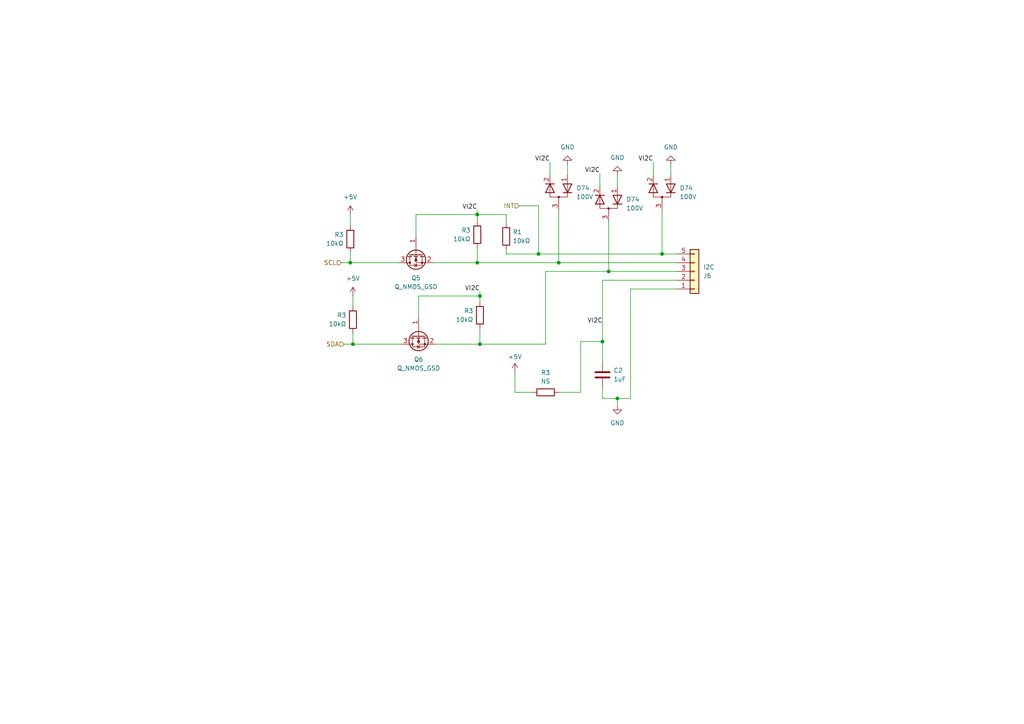
<source format=kicad_sch>
(kicad_sch (version 20230121) (generator eeschema)
  (paper "A4")
  (lib_symbols
    (symbol "Connector_Generic:Conn_01x05" (pin_names (offset 1.016) hide)
      (property "Reference" "J" (at 0 7.62 0))
      (property "Value" "Conn_01x05" (at 0 -7.62 0))
      (symbol "Conn_01x05_1_1"
        (rectangle (start -1.27 -4.953) (end 0 -5.207) (stroke (width 0.1524)))
        (rectangle (start -1.27 -2.413) (end 0 -2.667) (stroke (width 0.1524)))
        (rectangle (start -1.27 0.127) (end 0 -0.127) (stroke (width 0.1524)))
        (rectangle (start -1.27 2.667) (end 0 2.413) (stroke (width 0.1524)))
        (rectangle (start -1.27 5.207) (end 0 4.953) (stroke (width 0.1524)))
        (rectangle (start -1.27 6.35) (end 1.27 -6.35) (stroke (width 0.254)) (fill (type background)))
        (pin passive line (at -5.08 5.08 0) (length 3.81) (name "Pin_1") (number "1"))
        (pin passive line (at -5.08 2.54 0) (length 3.81) (name "Pin_2") (number "2"))
        (pin passive line (at -5.08 0 0) (length 3.81) (name "Pin_3") (number "3"))
        (pin passive line (at -5.08 -2.54 0) (length 3.81) (name "Pin_4") (number "4"))
        (pin passive line (at -5.08 -5.08 0) (length 3.81) (name "Pin_5") (number "5"))
      )
    )
    (symbol "Device:C" (pin_numbers hide) (pin_names (offset 0.254))
      (property "Reference" "C" (at 0.635 2.54 0))
      (property "Value" "C" (at 0.635 -2.54 0))
      (symbol "C_0_1"
        (polyline (pts (xy -2.032 -0.762) (xy 2.032 -0.762)) (stroke (width 0.508)))
        (polyline (pts (xy -2.032 0.762) (xy 2.032 0.762)) (stroke (width 0.508)))
      )
      (symbol "C_1_1"
        (pin passive line (at 0 3.81 270) (length 2.794) (name "~") (number "1"))
        (pin passive line (at 0 -3.81 90) (length 2.794) (name "~") (number "2"))
      )
    )
    (symbol "Device:D_Dual_Series_AKC_Parallel" (pin_names (offset 0.762) hide)
      (property "Reference" "D" (at 0 5.08 0))
      (property "Value" "D_Dual_Series_AKC_Parallel" (at 0 -5.08 0))
      (symbol "D_Dual_Series_AKC_Parallel_0_0"
        (polyline (pts (xy 0 -1.27) (xy 0 -3.81)) (stroke (width 0.254)))
        (polyline (pts (xy 2.54 3.81) (xy 2.54 1.27)) (stroke (width 0.254)))
      )
      (symbol "D_Dual_Series_AKC_Parallel_0_1"
        (circle (center -1.27 0) (radius 0.254) (fill (type outline)))
        (polyline (pts (xy -1.27 0) (xy -2.54 0)))
        (polyline (pts (xy 2.54 2.54) (xy -1.27 2.54) (xy -1.27 -2.54) (xy 2.54 -2.54)))
        (polyline (pts (xy 0 3.81) (xy 2.54 2.54) (xy 0 1.27) (xy 0 3.81) (xy 0 3.81) (xy 0 3.81)) (stroke (width 0.254)))
        (polyline (pts (xy 2.54 -1.27) (xy 0 -2.54) (xy 2.54 -3.81) (xy 2.54 -1.27) (xy 2.54 -1.27) (xy 2.54 -1.27)) (stroke (width 0.254)))
        (pin passive line (at 5.08 -2.54 180) (length 2.54) (name "K") (number "1"))
        (pin passive line (at 5.08 2.54 180) (length 2.54) (name "K") (number "2"))
        (pin passive line (at -5.08 0 0) (length 2.54) (name "A") (number "3"))
      )
    )
    (symbol "Device:Q_NMOS_GSD" (pin_names (offset 0) hide)
      (property "Reference" "Q" (at 5.08 1.27 0))
      (property "Value" "Q_NMOS_GSD" (at 5.08 -1.27 0))
      (symbol "Q_NMOS_GSD_0_1"
        (polyline (pts (xy 0.254 0) (xy -2.54 0)))
        (polyline (pts (xy 0.254 1.905) (xy 0.254 -1.905)) (stroke (width 0.254)))
        (polyline (pts (xy 0.762 -1.27) (xy 0.762 -2.286)) (stroke (width 0.254)))
        (polyline (pts (xy 0.762 0.508) (xy 0.762 -0.508)) (stroke (width 0.254)))
        (polyline (pts (xy 0.762 2.286) (xy 0.762 1.27)) (stroke (width 0.254)))
        (polyline (pts (xy 2.54 2.54) (xy 2.54 1.778)))
        (polyline (pts (xy 2.54 -2.54) (xy 2.54 0) (xy 0.762 0)))
        (polyline (pts (xy 0.762 -1.778) (xy 3.302 -1.778) (xy 3.302 1.778) (xy 0.762 1.778)))
        (polyline (pts (xy 1.016 0) (xy 2.032 0.381) (xy 2.032 -0.381) (xy 1.016 0)) (fill (type outline)))
        (polyline (pts (xy 2.794 0.508) (xy 2.921 0.381) (xy 3.683 0.381) (xy 3.81 0.254)))
        (polyline (pts (xy 3.302 0.381) (xy 2.921 -0.254) (xy 3.683 -0.254) (xy 3.302 0.381)))
        (circle (center 1.651 0) (radius 2.794) (stroke (width 0.254)))
        (circle (center 2.54 -1.778) (radius 0.254) (fill (type outline)))
        (circle (center 2.54 1.778) (radius 0.254) (fill (type outline)))
      )
      (symbol "Q_NMOS_GSD_1_1"
        (pin input line (at -5.08 0 0) (length 2.54) (name "G") (number "1"))
        (pin passive line (at 2.54 -5.08 90) (length 2.54) (name "S") (number "2"))
        (pin passive line (at 2.54 5.08 270) (length 2.54) (name "D") (number "3"))
      )
    )
    (symbol "Device:R" (pin_numbers hide) (pin_names (offset 0))
      (property "Reference" "R" (at 2.032 0 90))
      (property "Value" "R" (at 0 0 90))
      (symbol "R_0_1"
        (rectangle (start -1.016 -2.54) (end 1.016 2.54) (stroke (width 0.254)))
      )
      (symbol "R_1_1"
        (pin passive line (at 0 3.81 270) (length 1.27) (name "~") (number "1"))
        (pin passive line (at 0 -3.81 90) (length 1.27) (name "~") (number "2"))
      )
    )
    (symbol "power:+5V" (power) (pin_names (offset 0))
      (property "Value" "+5V" (at 0 3.556 0))
      (symbol "+5V_0_1"
        (polyline (pts (xy -0.762 1.27) (xy 0 2.54)))
        (polyline (pts (xy 0 0) (xy 0 2.54)))
        (polyline (pts (xy 0 2.54) (xy 0.762 1.27)))
      )
      (symbol "+5V_1_1"
        (pin power_in line (at 0 0 90) (length 0) hide (name "+5V") (number "1"))
      )
    )
    (symbol "power:GND" (power) (pin_names (offset 0))
      (property "Value" "GND" (at 0 -3.81 0))
      (symbol "GND_0_1"
        (polyline (pts (xy 0 0) (xy 0 -1.27) (xy 1.27 -1.27) (xy 0 -2.54) (xy -1.27 -1.27) (xy 0 -1.27)))
      )
      (symbol "GND_1_1"
        (pin power_in line (at 0 0 270) (length 0) hide (name "GND") (number "1"))
      )
    )
  )
  (junction (at 138.43 62.23))
  (junction (at 139.192 85.852))
  (junction (at 192.024 73.66))
  (junction (at 139.192 99.822))
  (junction (at 174.752 99.06))
  (junction (at 179.07 115.57))
  (junction (at 176.53 78.74))
  (junction (at 156.21 73.66))
  (junction (at 162.052 76.2))
  (junction (at 102.362 99.822))
  (junction (at 101.6 76.2))
  (junction (at 138.43 76.2))
  (wire (pts (xy 189.484 46.99) (xy 189.484 50.8)))
  (wire (pts (xy 149.352 107.95) (xy 149.352 113.792)))
  (wire (pts (xy 138.43 71.882) (xy 138.43 76.2)))
  (wire (pts (xy 101.6 73.152) (xy 101.6 76.2)))
  (wire (pts (xy 196.342 78.74) (xy 176.53 78.74)))
  (wire (pts (xy 162.052 76.2) (xy 196.342 76.2)))
  (wire (pts (xy 139.192 99.822) (xy 126.492 99.822)))
  (wire (pts (xy 182.88 115.57) (xy 179.07 115.57)))
  (wire (pts (xy 116.332 99.822) (xy 102.362 99.822)))
  (wire (pts (xy 146.812 73.66) (xy 156.21 73.66)))
  (wire (pts (xy 156.21 59.69) (xy 156.21 73.66)))
  (wire (pts (xy 158.242 78.74) (xy 158.242 99.822)))
  (wire (pts (xy 139.192 84.582) (xy 139.192 85.852)))
  (wire (pts (xy 138.43 60.96) (xy 138.43 62.23)))
  (wire (pts (xy 146.812 72.39) (xy 146.812 73.66)))
  (wire (pts (xy 158.242 78.74) (xy 176.53 78.74)))
  (wire (pts (xy 192.024 60.96) (xy 192.024 73.66)))
  (wire (pts (xy 139.192 85.852) (xy 139.192 87.63)))
  (wire (pts (xy 179.07 115.57) (xy 179.07 117.602)))
  (wire (pts (xy 162.052 76.2) (xy 162.052 60.96)))
  (wire (pts (xy 121.412 92.202) (xy 121.412 85.852)))
  (wire (pts (xy 138.43 62.23) (xy 146.812 62.23)))
  (wire (pts (xy 179.07 50.8) (xy 179.07 54.102)))
  (wire (pts (xy 192.024 73.66) (xy 196.342 73.66)))
  (wire (pts (xy 162.052 113.792) (xy 168.402 113.792)))
  (wire (pts (xy 168.402 99.06) (xy 174.752 99.06)))
  (wire (pts (xy 138.43 62.23) (xy 138.43 64.262)))
  (wire (pts (xy 168.402 113.792) (xy 168.402 99.06)))
  (wire (pts (xy 99.822 99.822) (xy 102.362 99.822)))
  (wire (pts (xy 149.352 113.792) (xy 154.432 113.792)))
  (wire (pts (xy 179.07 115.57) (xy 174.752 115.57)))
  (wire (pts (xy 115.57 76.2) (xy 101.6 76.2)))
  (wire (pts (xy 102.362 96.52) (xy 102.362 99.822)))
  (wire (pts (xy 173.99 50.292) (xy 173.99 54.102)))
  (wire (pts (xy 120.65 68.58) (xy 120.65 62.23)))
  (wire (pts (xy 194.564 47.752) (xy 194.564 50.8)))
  (wire (pts (xy 102.362 85.852) (xy 102.362 88.9)))
  (wire (pts (xy 196.342 83.82) (xy 182.88 83.82)))
  (wire (pts (xy 139.192 95.25) (xy 139.192 99.822)))
  (wire (pts (xy 146.812 62.23) (xy 146.812 64.77)))
  (wire (pts (xy 174.752 81.28) (xy 174.752 99.06)))
  (wire (pts (xy 138.43 76.2) (xy 125.73 76.2)))
  (wire (pts (xy 164.592 47.752) (xy 164.592 50.8)))
  (wire (pts (xy 182.88 83.82) (xy 182.88 115.57)))
  (wire (pts (xy 150.622 59.69) (xy 156.21 59.69)))
  (wire (pts (xy 159.512 46.99) (xy 159.512 50.8)))
  (wire (pts (xy 176.53 64.262) (xy 176.53 78.74)))
  (wire (pts (xy 138.43 76.2) (xy 162.052 76.2)))
  (wire (pts (xy 99.06 76.2) (xy 101.6 76.2)))
  (wire (pts (xy 121.412 85.852) (xy 139.192 85.852)))
  (wire (pts (xy 174.752 81.28) (xy 196.342 81.28)))
  (wire (pts (xy 101.6 62.23) (xy 101.6 65.532)))
  (wire (pts (xy 174.752 99.06) (xy 174.752 104.902)))
  (wire (pts (xy 156.21 73.66) (xy 192.024 73.66)))
  (wire (pts (xy 174.752 115.57) (xy 174.752 112.522)))
  (wire (pts (xy 139.192 99.822) (xy 158.242 99.822)))
  (wire (pts (xy 120.65 62.23) (xy 138.43 62.23)))
  (label "VI2C" (at 173.99 50.292 180))
  (label "VI2C" (at 139.192 84.582 180))
  (label "VI2C" (at 159.512 46.99 180))
  (label "VI2C" (at 189.484 46.99 180))
  (label "VI2C" (at 138.43 60.96 180))
  (label "VI2C" (at 174.752 93.98 180))
  (hierarchical_label "INT" (shape input) (at 150.622 59.69 180))
  (hierarchical_label "SCL" (shape input) (at 99.06 76.2 180))
  (hierarchical_label "SDA" (shape input) (at 99.822 99.822 180))
  (symbol (lib_id "Device:C") (at 174.752 108.712 0) (unit 1)
    (property "Reference" "C2" (at 177.927 107.442 0) (effects (justify left)))
    (property "Value" "1uF" (at 177.927 109.982 0) (effects (justify left)))
    (property "Footprint" "Capacitor_SMD:C_0805_2012Metric" (effects hide))
    (instances (project "ValveServoI2C" (path "" (reference "C2") (unit 1)) (path "" (reference "C7") (unit 1)) (path "" (reference "C11") (unit 1)) (path "" (reference "C15") (unit 1)) (path "" (reference "C1") (unit 1)) (path "" (reference "C14") (unit 1))))
  )
  (symbol (lib_id "Device:R") (at 158.242 113.792 270) (mirror x) (unit 1)
    (property "Reference" "R3" (at 158.242 108.077 90))
    (property "Value" "NS" (at 158.242 110.617 90))
    (property "Footprint" "Resistor_SMD:R_0805_2012Metric" (effects hide))
    (instances (project "ValveServoI2C" (path "" (reference "R3") (unit 1)) (path "" (reference "R7") (unit 1)) (path "" (reference "R10") (unit 1)) (path "" (reference "R19") (unit 1)) (path "" (reference "R13") (unit 1)) (path "" (reference "R28") (unit 1)) (path "" (reference "R34") (unit 1)) (path "" (reference "R40") (unit 1)) (path "" (reference "R46") (unit 1)) (path "" (reference "R4") (unit 1)) (path "" (reference "R24") (unit 1)) (path "" (reference "R44") (unit 1))))
  )
  (symbol (lib_id "power:+5V") (at 102.362 85.852 0) (mirror y) (unit 1)
    (property "Reference" "#PWR07" (effects hide))
    (property "Value" "+5V" (at 102.362 80.772 0))
    (instances (project "ValveServoI2C" (path "" (reference "#PWR07") (unit 1)) (path "" (reference "#PWR052") (unit 1))))
  )
  (symbol (lib_id "Device:R") (at 146.812 68.58 180) (unit 1)
    (property "Reference" "R1" (at 148.717 67.31 0) (effects (justify right)))
    (property "Value" "10kΩ" (at 148.717 69.85 0) (effects (justify right)))
    (property "Footprint" "Resistor_SMD:R_0805_2012Metric" (effects hide))
    (instances (project "ValveServoI2C" (path "" (reference "R1") (unit 1)) (path "" (reference "R9") (unit 1)) (path "" (reference "R12") (unit 1)) (path "" (reference "R21") (unit 1)) (path "" (reference "R15") (unit 1)) (path "" (reference "R30") (unit 1)) (path "" (reference "R36") (unit 1)) (path "" (reference "R42") (unit 1)) (path "" (reference "R48") (unit 1)) (path "" (reference "R3") (unit 1)) (path "" (reference "R1") (unit 1)) (path "" (reference "R43") (unit 1))))
  )
  (symbol (lib_id "Device:Q_NMOS_GSD") (at 120.65 73.66 90) (mirror x) (unit 1)
    (property "Reference" "Q5" (at 120.65 80.645 90))
    (property "Value" "Q_NMOS_GSD" (at 120.65 83.185 90))
    (property "Footprint" "Package_TO_SOT_SMD:SOT-23" (effects hide))
    (instances (project "ValveServoI2C" (path "" (reference "Q5") (unit 1)) (path "" (reference "Q1") (unit 1))))
  )
  (symbol (lib_id "Device:R") (at 101.6 69.342 0) (mirror x) (unit 1)
    (property "Reference" "R3" (at 99.695 68.072 0) (effects (justify right)))
    (property "Value" "10kΩ" (at 99.695 70.612 0) (effects (justify right)))
    (property "Footprint" "Resistor_SMD:R_0805_2012Metric" (effects hide))
    (instances (project "ValveServoI2C" (path "" (reference "R3") (unit 1)) (path "" (reference "R7") (unit 1)) (path "" (reference "R10") (unit 1)) (path "" (reference "R19") (unit 1)) (path "" (reference "R13") (unit 1)) (path "" (reference "R28") (unit 1)) (path "" (reference "R34") (unit 1)) (path "" (reference "R40") (unit 1)) (path "" (reference "R46") (unit 1)) (path "" (reference "R4") (unit 1)) (path "" (reference "R23") (unit 1)) (path "" (reference "R39") (unit 1))))
  )
  (symbol (lib_id "power:GND") (at 194.564 47.752 180) (unit 1)
    (property "Reference" "#PWR01" (effects hide))
    (property "Value" "GND" (at 194.564 42.672 0))
    (instances (project "ValveServoI2C" (path "" (reference "#PWR01") (unit 1)) (path "" (reference "#PWR013") (unit 1)) (path "" (reference "#PWR017") (unit 1)) (path "" (reference "#PWR040") (unit 1)) (path "" (reference "#PWR032") (unit 1)) (path "" (reference "#PWR058") (unit 1)) (path "" (reference "#PWR066") (unit 1)) (path "" (reference "#PWR080") (unit 1)) (path "" (reference "#PWR088") (unit 1)) (path "" (reference "#PWR010") (unit 1)) (path "" (reference "#PWR083") (unit 1))))
  )
  (symbol (lib_id "Device:R") (at 102.362 92.71 0) (mirror x) (unit 1)
    (property "Reference" "R3" (at 100.457 91.44 0) (effects (justify right)))
    (property "Value" "10kΩ" (at 100.457 93.98 0) (effects (justify right)))
    (property "Footprint" "Resistor_SMD:R_0805_2012Metric" (effects hide))
    (instances (project "ValveServoI2C" (path "" (reference "R3") (unit 1)) (path "" (reference "R7") (unit 1)) (path "" (reference "R10") (unit 1)) (path "" (reference "R19") (unit 1)) (path "" (reference "R13") (unit 1)) (path "" (reference "R28") (unit 1)) (path "" (reference "R34") (unit 1)) (path "" (reference "R40") (unit 1)) (path "" (reference "R46") (unit 1)) (path "" (reference "R4") (unit 1)) (path "" (reference "R24") (unit 1)) (path "" (reference "R40") (unit 1))))
  )
  (symbol (lib_id "Device:D_Dual_Series_AKC_Parallel") (at 162.052 55.88 90) (unit 1)
    (property "Reference" "D74" (at 167.132 54.5465 90) (effects (justify right)))
    (property "Value" "100V" (at 167.132 57.0865 90) (effects (justify right)))
    (property "Footprint" "Package_TO_SOT_SMD:SOT-23-3" (effects hide))
    (instances (project "ValveServoI2C" (path "" (reference "D74") (unit 1)) (path "" (reference "D75") (unit 1)) (path "" (reference "D76") (unit 1)) (path "" (reference "D78") (unit 1)) (path "" (reference "D81") (unit 1)) (path "" (reference "D83") (unit 1)) (path "" (reference "D85") (unit 1)) (path "" (reference "D87") (unit 1)) (path "" (reference "D33") (unit 1)) (path "" (reference "D17") (unit 1))))
  )
  (symbol (lib_id "Connector_Generic:Conn_01x05") (at 201.422 78.74 0) (mirror x) (unit 1)
    (property "Reference" "J6" (at 203.962 80.01 0) (effects (justify left)))
    (property "Value" "I2C" (at 203.962 77.47 0) (effects (justify left)))
    (property "Footprint" "Connector_PinHeader_2.54mm:PinHeader_1x05_P2.54mm_Vertical" (effects hide))
    (instances (project "ValveServoI2C" (path "" (reference "J6") (unit 1)) (path "" (reference "J9") (unit 1))))
  )
  (symbol (lib_id "Device:R") (at 139.192 91.44 0) (mirror x) (unit 1)
    (property "Reference" "R3" (at 137.287 90.17 0) (effects (justify right)))
    (property "Value" "10kΩ" (at 137.287 92.71 0) (effects (justify right)))
    (property "Footprint" "Resistor_SMD:R_0805_2012Metric" (effects hide))
    (instances (project "ValveServoI2C" (path "" (reference "R3") (unit 1)) (path "" (reference "R7") (unit 1)) (path "" (reference "R10") (unit 1)) (path "" (reference "R19") (unit 1)) (path "" (reference "R13") (unit 1)) (path "" (reference "R28") (unit 1)) (path "" (reference "R34") (unit 1)) (path "" (reference "R40") (unit 1)) (path "" (reference "R46") (unit 1)) (path "" (reference "R4") (unit 1)) (path "" (reference "R25") (unit 1)) (path "" (reference "R42") (unit 1))))
  )
  (symbol (lib_id "power:+5V") (at 149.352 107.95 0) (unit 1)
    (property "Reference" "#PWR05" (effects hide))
    (property "Value" "+5V" (at 149.352 103.505 0))
    (instances (project "ValveServoI2C" (path "" (reference "#PWR05") (unit 1)) (path "" (reference "#PWR012") (unit 1)) (path "" (reference "#PWR016") (unit 1)) (path "" (reference "#PWR039") (unit 1)) (path "" (reference "#PWR031") (unit 1)) (path "" (reference "#PWR057") (unit 1)) (path "" (reference "#PWR065") (unit 1)) (path "" (reference "#PWR079") (unit 1)) (path "" (reference "#PWR087") (unit 1)) (path "" (reference "#PWR011") (unit 1)) (path "" (reference "#PWR053") (unit 1))))
  )
  (symbol (lib_id "Device:D_Dual_Series_AKC_Parallel") (at 176.53 59.182 90) (unit 1)
    (property "Reference" "D74" (at 181.61 57.8485 90) (effects (justify right)))
    (property "Value" "100V" (at 181.61 60.3885 90) (effects (justify right)))
    (property "Footprint" "Package_TO_SOT_SMD:SOT-23-3" (effects hide))
    (instances (project "ValveServoI2C" (path "" (reference "D74") (unit 1)) (path "" (reference "D75") (unit 1)) (path "" (reference "D76") (unit 1)) (path "" (reference "D78") (unit 1)) (path "" (reference "D81") (unit 1)) (path "" (reference "D83") (unit 1)) (path "" (reference "D85") (unit 1)) (path "" (reference "D87") (unit 1)) (path "" (reference "D34") (unit 1)) (path "" (reference "D18") (unit 1))))
  )
  (symbol (lib_id "power:GND") (at 179.07 50.8 180) (unit 1)
    (property "Reference" "#PWR01" (effects hide))
    (property "Value" "GND" (at 179.07 45.72 0))
    (instances (project "ValveServoI2C" (path "" (reference "#PWR01") (unit 1)) (path "" (reference "#PWR013") (unit 1)) (path "" (reference "#PWR017") (unit 1)) (path "" (reference "#PWR040") (unit 1)) (path "" (reference "#PWR032") (unit 1)) (path "" (reference "#PWR058") (unit 1)) (path "" (reference "#PWR066") (unit 1)) (path "" (reference "#PWR080") (unit 1)) (path "" (reference "#PWR088") (unit 1)) (path "" (reference "#PWR012") (unit 1)) (path "" (reference "#PWR057") (unit 1))))
  )
  (symbol (lib_id "Device:D_Dual_Series_AKC_Parallel") (at 192.024 55.88 90) (unit 1)
    (property "Reference" "D74" (at 197.104 54.5465 90) (effects (justify right)))
    (property "Value" "100V" (at 197.104 57.0865 90) (effects (justify right)))
    (property "Footprint" "Package_TO_SOT_SMD:SOT-23-3" (effects hide))
    (instances (project "ValveServoI2C" (path "" (reference "D74") (unit 1)) (path "" (reference "D75") (unit 1)) (path "" (reference "D76") (unit 1)) (path "" (reference "D78") (unit 1)) (path "" (reference "D81") (unit 1)) (path "" (reference "D83") (unit 1)) (path "" (reference "D85") (unit 1)) (path "" (reference "D87") (unit 1)) (path "" (reference "D33") (unit 1)) (path "" (reference "D39") (unit 1))))
  )
  (symbol (lib_id "power:GND") (at 179.07 117.602 0) (unit 1)
    (property "Reference" "#PWR020" (effects hide))
    (property "Value" "GND" (at 179.07 122.682 0))
    (instances (project "ValveServoI2C" (path "" (reference "#PWR020") (unit 1)) (path "" (reference "#PWR025") (unit 1)) (path "" (reference "#PWR047") (unit 1)) (path "" (reference "#PWR069") (unit 1)) (path "" (reference "#PWR0136") (unit 1)) (path "" (reference "#PWR058") (unit 1))))
  )
  (symbol (lib_id "power:GND") (at 164.592 47.752 180) (unit 1)
    (property "Reference" "#PWR01" (effects hide))
    (property "Value" "GND" (at 164.592 42.672 0))
    (instances (project "ValveServoI2C" (path "" (reference "#PWR01") (unit 1)) (path "" (reference "#PWR013") (unit 1)) (path "" (reference "#PWR017") (unit 1)) (path "" (reference "#PWR040") (unit 1)) (path "" (reference "#PWR032") (unit 1)) (path "" (reference "#PWR058") (unit 1)) (path "" (reference "#PWR066") (unit 1)) (path "" (reference "#PWR080") (unit 1)) (path "" (reference "#PWR088") (unit 1)) (path "" (reference "#PWR010") (unit 1)) (path "" (reference "#PWR055") (unit 1))))
  )
  (symbol (lib_id "Device:Q_NMOS_GSD") (at 121.412 97.282 90) (mirror x) (unit 1)
    (property "Reference" "Q6" (at 121.412 104.267 90))
    (property "Value" "Q_NMOS_GSD" (at 121.412 106.807 90))
    (property "Footprint" "Package_TO_SOT_SMD:SOT-23" (effects hide))
    (instances (project "ValveServoI2C" (path "" (reference "Q6") (unit 1)) (path "" (reference "Q2") (unit 1))))
  )
  (symbol (lib_id "power:+5V") (at 101.6 62.23 0) (mirror y) (unit 1)
    (property "Reference" "#PWR075" (effects hide))
    (property "Value" "+5V" (at 101.6 57.15 0))
    (instances (project "ValveServoI2C" (path "" (reference "#PWR075") (unit 1)) (path "" (reference "#PWR051") (unit 1))))
  )
  (symbol (lib_id "Device:R") (at 138.43 68.072 0) (mirror x) (unit 1)
    (property "Reference" "R3" (at 136.525 66.802 0) (effects (justify right)))
    (property "Value" "10kΩ" (at 136.525 69.342 0) (effects (justify right)))
    (property "Footprint" "Resistor_SMD:R_0805_2012Metric" (effects hide))
    (instances (project "ValveServoI2C" (path "" (reference "R3") (unit 1)) (path "" (reference "R7") (unit 1)) (path "" (reference "R10") (unit 1)) (path "" (reference "R19") (unit 1)) (path "" (reference "R13") (unit 1)) (path "" (reference "R28") (unit 1)) (path "" (reference "R34") (unit 1)) (path "" (reference "R40") (unit 1)) (path "" (reference "R46") (unit 1)) (path "" (reference "R4") (unit 1)) (path "" (reference "R22") (unit 1)) (path "" (reference "R41") (unit 1))))
  )
)
</source>
